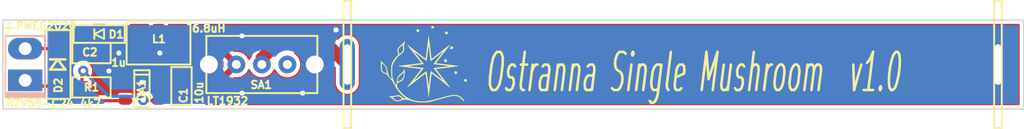
<source format=kicad_pcb>
(kicad_pcb (version 20210228) (generator pcbnew)
  (layers (0 "F.Cu" signal) (31 "B.Cu" signal) (37 "F.SilkS" user "F.Silkscreen") (38 "B.Mask" user) (39 "F.Mask" user) (44 "Edge.Cuts" user))
  (net 0 "")
  (net 1 "GND")
  (net 2 "/VIN")
  (net 3 "/LED_PLUS")
  (net 4 "/LOUT")
  (net 5 "/LED_MINUS")
  (net 6 "Net-(DA1-Pad4)")
  (net 7 "/VBAT")
  (footprint "Pictures:Ostranna_8x8" (layer "F.Cu") (at 103.36 69.7)
    (fp_text reference "Logo1" hide)
    (fp_text value "Logo" hide)
    (fp_poly (pts (xy 2.913965 0.938837) (xy 2.961576 0.974669) (xy 3.013345 1.025448) (xy 3.010497 1.068388) (xy 2.977774 1.11295) (xy 2.928561 1.163584) (xy 2.885596 1.159331) (xy 2.841423 1.126579) (xy 2.790282 1.076489) (xy 2.79436 1.032024) (xy 2.825225 0.988298) (xy 2.872764 0.936272) (xy 2.913965 0.938837)) (layer "F.SilkS") (width 0.01) (fill solid))
    (fp_poly (pts (xy 2.151965 0.32198) (xy 2.199576 0.357812) (xy 2.251345 0.408591) (xy 2.248497 0.451531) (xy 2.215774 0.496093) (xy 2.166561 0.546727) (xy 2.123596 0.542473) (xy 2.079423 0.509722) (xy 2.028282 0.459632) (xy 2.03236 0.415166) (xy 2.063225 0.371441) (xy 2.110764 0.319415) (xy 2.151965 0.32198)) (layer "F.SilkS") (width 0.01) (fill solid))
    (fp_poly (pts (xy -0.823464 -2.98002) (xy -0.775852 -2.944188) (xy -0.724084 -2.893409) (xy -0.726932 -2.850469) (xy -0.759654 -2.805907) (xy -0.808868 -2.755273) (xy -0.851833 -2.759527) (xy -0.896006 -2.792278) (xy -0.947146 -2.842368) (xy -0.943068 -2.886834) (xy -0.912204 -2.930559) (xy -0.864664 -2.982585) (xy -0.823464 -2.98002)) (layer "F.SilkS") (width 0.01) (fill solid))
    (fp_poly (pts (xy 0.019747 -2.425099) (xy 0.033759 -2.334364) (xy 0.052935 -2.195297) (xy 0.075805 -2.019791) (xy 0.100897 -1.819739) (xy 0.126737 -1.607034) (xy 0.151854 -1.393568) (xy 0.174776 -1.191233) (xy 0.194031 -1.011924) (xy 0.205883 -0.892219) (xy 0.220216 -0.771311) (xy 0.236213 -0.685337) (xy 0.250214 -0.653143) (xy 0.284534 -0.674536) (xy 0.365907 -0.733834) (xy 0.484635 -0.823713) (xy 0.631016 -0.936849) (xy 0.762038 -1.039594) (xy 0.944981 -1.183935) (xy 1.128172 -1.328481) (xy 1.295512 -1.460528) (xy 1.430902 -1.567374) (xy 1.486295 -1.611094) (xy 1.588116 -1.688442) (xy 1.659392 -1.73663) (xy 1.689445 -1.748723) (xy 1.687418 -1.741714) (xy 1.656267 -1.698799) (xy 1.586742 -1.607606) (xy 1.485523 -1.476749) (xy 1.359293 -1.314841) (xy 1.214734 -1.130494) (xy 1.114722 -1.003496) (xy 0.964835 -0.812464) (xy 0.831924 -0.641114) (xy 0.722 -0.497357) (xy 0.641073 -0.389105) (xy 0.595153 -0.324267) (xy 0.587028 -0.308974) (xy 0.624772 -0.302081) (xy 0.724823 -0.288317) (xy 0.877367 -0.268908) (xy 1.072592 -0.245077) (xy 1.300686 -0.218051) (xy 1.50205 -0.194744) (xy 1.800084 -0.159455) (xy 2.027986 -0.129842) (xy 2.187947 -0.10555) (xy 2.282155 -0.08622) (xy 2.312799 -0.071495) (xy 2.300336 -0.064392) (xy 2.234066 -0.05241) (xy 2.107835 -0.034013) (xy 1.933811 -0.010804) (xy 1.72416 0.015613) (xy 1.49105 0.043636) (xy 1.399534 0.054293) (xy 1.167836 0.081482) (xy 0.961627 0.106541) (xy 0.791387 0.128126) (xy 0.667595 0.144892) (xy 0.600731 0.155495) (xy 0.592011 0.157894) (xy 0.610263 0.188351) (xy 0.667778 0.267871) (xy 0.758669 0.388698) (xy 0.87705 0.543079) (xy 1.017035 0.723257) (xy 1.142834 0.883571) (xy 1.296751 1.079645) (xy 1.434606 1.256713) (xy 1.550356 1.406897) (xy 1.637959 1.522315) (xy 1.691373 1.595087) (xy 1.705429 1.617327) (xy 1.680304 1.606792) (xy 1.61478 1.55966) (xy 1.533071 1.494329) (xy 1.407834 1.392032) (xy 1.256511 1.270767) (xy 1.088718 1.13798) (xy 0.914072 1.001118) (xy 0.742188 0.867627) (xy 0.582682 0.744955) (xy 0.44517 0.640547) (xy 0.339268 0.561852) (xy 0.274592 0.516315) (xy 0.259436 0.508) (xy 0.248552 0.542462) (xy 0.231236 0.639393) (xy 0.208869 0.789114) (xy 0.182835 0.981945) (xy 0.154514 1.208206) (xy 0.131221 1.406072) (xy 0.09445 1.721929) (xy 0.064364 1.968601) (xy 0.040502 2.149122) (xy 0.022407 2.266527) (xy 0.009618 2.323848) (xy 0.001675 2.324121) (xy -0.001572 2.282976) (xy -0.007233 2.207958) (xy -0.020468 2.079869) (xy -0.039728 1.910774) (xy -0.063465 1.712734) (xy -0.090132 1.497812) (xy -0.118182 1.278071) (xy -0.146066 1.065574) (xy -0.172238 0.872383) (xy -0.195149 0.710561) (xy -0.213251 0.59217) (xy -0.224998 0.529273) (xy -0.227446 0.522459) (xy -0.260991 0.537611) (xy -0.342941 0.592435) (xy -0.465243 0.681007) (xy -0.61984 0.797401) (xy -0.79868 0.935695) (xy -0.929734 1.038988) (xy -1.122965 1.192005) (xy -1.299224 1.330803) (xy -1.449935 1.44869) (xy -1.566523 1.538976) (xy -1.64041 1.59497) (xy -1.661283 1.609692) (xy -1.660794 1.595774) (xy -1.621426 1.535025) (xy -1.549915 1.437055) (xy -1.452998 1.311477) (xy -1.446371 1.303083) (xy -1.315113 1.136955) (xy -1.159129 0.93941) (xy -0.998615 0.736031) (xy -0.86311 0.564247) (xy -0.752036 0.420091) (xy -0.66243 0.297397) (xy -0.60148 0.20653) (xy -0.576378 0.157857) (xy -0.577603 0.152621) (xy -0.620882 0.145524) (xy -0.725874 0.131338) (xy -0.882206 0.111375) (xy -1.079507 0.086943) (xy -1.307405 0.059352) (xy -1.465493 0.040526) (xy -1.78554 0.001411) (xy -2.033847 -0.031737) (xy -2.210991 -0.059032) (xy -2.245949 -0.066105) (xy -1.498106 -0.066105) (xy -1.466454 -0.050086) (xy -1.374051 -0.034601) (xy -1.233714 -0.019415) (xy -1.080253 -0.003602) (xy -0.892047 0.017391) (xy -0.70632 0.039395) (xy -0.681558 0.042453) (xy -0.365259 0.081758) (xy -0.536415 0.298344) (xy -0.721414 0.532958) (xy -0.864727 0.716022) (xy -0.970117 0.852565) (xy -1.041344 0.947614) (xy -1.082173 1.006198) (xy -1.096364 1.033345) (xy -1.08768 1.034082) (xy -1.086308 1.033272) (xy -1.040548 1.000373) (xy -0.94947 0.931015) (xy -0.824476 0.834013) (xy -0.676967 0.718179) (xy -0.604756 0.661048) (xy -0.454523 0.544053) (xy -0.324653 0.446971) (xy -0.225398 0.377145) (xy -0.167005 0.34192) (xy -0.156241 0.339663) (xy -0.147119 0.378313) (xy -0.131301 0.474114) (xy -0.110782 0.612166) (xy -0.087559 0.777572) (xy -0.063627 0.955433) (xy -0.040982 1.130851) (xy -0.021621 1.288926) (xy -0.00754 1.414761) (xy -0.000733 1.493457) (xy -0.000412 1.502833) (xy 0.011127 1.523568) (xy 0.014488 1.520976) (xy 0.023154 1.481628) (xy 0.037854 1.382476) (xy 0.056952 1.235883) (xy 0.078813 1.054211) (xy 0.094503 0.916214) (xy 0.117784 0.719047) (xy 0.140374 0.549881) (xy 0.160463 0.420674) (xy 0.176242 0.343383) (xy 0.18372 0.326572) (xy 0.218776 0.347984) (xy 0.300399 0.40716) (xy 0.418502 0.496512) (xy 0.563 0.608448) (xy 0.665929 0.689429) (xy 0.821677 0.811845) (xy 0.957012 0.916629) (xy 1.061992 0.996211) (xy 1.126677 1.04302) (xy 1.142416 1.052286) (xy 1.127092 1.025492) (xy 1.073365 0.951249) (xy 0.988185 0.838761) (xy 0.878498 0.697235) (xy 0.779522 0.5715) (xy 0.39866 0.090714) (xy 0.534973 0.066427) (xy 0.626681 0.05269) (xy 0.769476 0.034297) (xy 0.942239 0.013867) (xy 1.088572 -0.002262) (xy 1.258406 -0.021959) (xy 1.40374 -0.041839) (xy 1.508105 -0.059455) (xy 1.553371 -0.071338) (xy 1.535433 -0.083163) (xy 1.455913 -0.100443) (xy 1.325443 -0.121425) (xy 1.154653 -0.144357) (xy 1.000014 -0.162502) (xy 0.800895 -0.185348) (xy 0.629654 -0.206543) (xy 0.498131 -0.224498) (xy 0.418164 -0.23762) (xy 0.399143 -0.243288) (xy 0.420689 -0.274971) (xy 0.480165 -0.353108) (xy 0.569827 -0.467757) (xy 0.68193 -0.608975) (xy 0.755108 -0.700292) (xy 0.911701 -0.8958) (xy 1.025002 -1.039685) (xy 1.097758 -1.136421) (xy 1.132718 -1.190483) (xy 1.132628 -1.206347) (xy 1.100236 -1.188486) (xy 1.038289 -1.141376) (xy 1.013958 -1.121891) (xy 0.796752 -0.947987) (xy 0.601382 -0.793837) (xy 0.434449 -0.664484) (xy 0.302556 -0.56497) (xy 0.212302 -0.500336) (xy 0.170289 -0.475626) (xy 0.16826 -0.475912) (xy 0.160662 -0.515264) (xy 0.147731 -0.612635) (xy 0.131211 -0.753817) (xy 0.112843 -0.924603) (xy 0.110904 -0.943429) (xy 0.090589 -1.132467) (xy 0.069977 -1.308991) (xy 0.051517 -1.45288) (xy 0.038002 -1.542143) (xy 0.011636 -1.687286) (xy -0.01217 -1.524) (xy -0.026286 -1.421594) (xy -0.046313 -1.269076) (xy -0.069408 -1.088376) (xy -0.08925 -0.929619) (xy -0.110795 -0.761611) (xy -0.130151 -0.622242) (xy -0.145207 -0.525957) (xy -0.153853 -0.487196) (xy -0.153887 -0.487161) (xy -0.184728 -0.50446) (xy -0.262702 -0.55958) (xy -0.37804 -0.645301) (xy -0.520972 -0.754405) (xy -0.626824 -0.836613) (xy -0.783488 -0.958236) (xy -0.919674 -1.062366) (xy -1.025396 -1.141494) (xy -1.09067 -1.188114) (xy -1.106718 -1.197429) (xy -1.091522 -1.170629) (xy -1.037929 -1.096371) (xy -0.952877 -0.983861) (xy -0.843305 -0.842311) (xy -0.744472 -0.716643) (xy -0.363905 -0.235857) (xy -0.971167 -0.160212) (xy -1.205538 -0.129712) (xy -1.36995 -0.104684) (xy -1.466705 -0.083893) (xy -1.498106 -0.066105) (xy -2.245949 -0.066105) (xy -2.317548 -0.080591) (xy -2.354096 -0.096527) (xy -2.321211 -0.106957) (xy -2.228548 -0.111821) (xy -2.15029 -0.117176) (xy -2.013161 -0.130435) (xy -1.830257 -0.15017) (xy -1.614677 -0.174953) (xy -1.379518 -0.203357) (xy -1.313205 -0.211607) (xy -0.539982 -0.308429) (xy -1.104562 -1.025283) (xy -1.258705 -1.221676) (xy -1.396811 -1.398932) (xy -1.512856 -1.549213) (xy -1.600815 -1.664681) (xy -1.654665 -1.737497) (xy -1.669143 -1.759865) (xy -1.642006 -1.743254) (xy -1.56564 -1.68726) (xy -1.447614 -1.597674) (xy -1.295496 -1.480287) (xy -1.116856 -1.340889) (xy -0.9525 -1.211545) (xy -0.235857 -0.645499) (xy -0.209269 -0.749106) (xy -0.197368 -0.814932) (xy -0.179046 -0.940745) (xy -0.155901 -1.114405) (xy -0.129531 -1.323772) (xy -0.101535 -1.556707) (xy -0.09085 -1.648466) (xy -0.063679 -1.880134) (xy -0.038667 -2.086288) (xy -0.017153 -2.256454) (xy -0.000477 -2.380159) (xy 0.010022 -2.44693) (xy 0.012372 -2.45561) (xy 0.019747 -2.425099)) (layer "F.SilkS") (width 0.01) (fill solid))
    (fp_poly (pts (xy 0.344855 -3.230616) (xy 0.394624 -3.196551) (xy 0.449104 -3.149463) (xy 0.447801 -3.11541) (xy 0.410198 -3.079358) (xy 0.34119 -3.043017) (xy 0.267286 -3.064113) (xy 0.214928 -3.098401) (xy 0.217571 -3.135559) (xy 0.251712 -3.181306) (xy 0.30122 -3.23262) (xy 0.344855 -3.230616)) (layer "F.SilkS") (width 0.01) (fill solid))
    (fp_poly (pts (xy 1.355693 -0.598714) (xy 1.405134 -0.55043) (xy 1.433841 -0.544286) (xy 1.468238 -0.5367) (xy 1.458655 -0.50246) (xy 1.425908 -0.454712) (xy 1.371169 -0.386836) (xy 1.330977 -0.374119) (xy 1.279308 -0.411549) (xy 1.266031 -0.42393) (xy 1.2279 -0.481336) (xy 1.242328 -0.553301) (xy 1.247888 -0.565724) (xy 1.2933 -0.639321) (xy 1.330668 -0.642379) (xy 1.355693 -0.598714)) (layer "F.SilkS") (width 0.01) (fill solid))
    (fp_poly (pts (xy 1.411663 -2.802135) (xy 1.459831 -2.757997) (xy 1.493758 -2.73647) (xy 1.533298 -2.706913) (xy 1.524639 -2.669515) (xy 1.492422 -2.627176) (xy 1.440199 -2.575957) (xy 1.39079 -2.579929) (xy 1.351745 -2.603432) (xy 1.299249 -2.645776) (xy 1.298048 -2.688436) (xy 1.331458 -2.745208) (xy 1.378573 -2.798373) (xy 1.411151 -2.802859) (xy 1.411663 -2.802135)) (layer "F.SilkS") (width 0.01) (fill solid))
    (fp_poly (pts (xy -1.830478 -2.002043) (xy -1.857478 -1.926454) (xy -1.873764 -1.884817) (xy -1.912714 -1.736086) (xy -1.91215 -1.565257) (xy -1.909325 -1.539134) (xy -1.906463 -1.358865) (xy -1.952174 -1.217159) (xy -2.05532 -1.095032) (xy -2.150806 -1.021637) (xy -2.393891 -0.81523) (xy -2.602474 -0.56055) (xy -2.733602 -0.333089) (xy -2.782658 -0.225404) (xy -2.815287 -0.135689) (xy -2.834798 -0.044318) (xy -2.8445 0.068334) (xy -2.847701 0.22189) (xy -2.847875 0.344714) (xy -2.846397 0.534561) (xy -2.840213 0.672628) (xy -2.825849 0.7797) (xy -2.799827 0.876557) (xy -2.758674 0.983982) (xy -2.729549 1.052286) (xy -2.648377 1.235866) (xy -2.589575 1.353702) (xy -2.548499 1.407403) (xy -2.520508 1.398584) (xy -2.50096 1.328855) (xy -2.485214 1.199829) (xy -2.479574 1.139093) (xy -2.468156 1.071267) (xy -2.425227 1.071267) (xy -2.417486 1.108108) (xy -2.396475 1.13948) (xy -2.35697 1.138505) (xy -2.280582 1.102445) (xy -2.243936 1.082262) (xy -2.136186 1.010561) (xy -2.046761 0.931752) (xy -2.025447 0.906628) (xy -1.987203 0.830514) (xy -1.955627 0.7257) (xy -1.934062 0.613201) (xy -1.92585 0.51403) (xy -1.934333 0.449199) (xy -1.950492 0.435429) (xy -1.994964 0.464359) (xy -2.008242 0.488308) (xy -2.049593 0.538564) (xy -2.130303 0.603785) (xy -2.171684 0.631554) (xy -2.270604 0.71902) (xy -2.353525 0.836372) (xy -2.408912 0.961244) (xy -2.425227 1.071267) (xy -2.468156 1.071267) (xy -2.438989 0.898016) (xy -2.364076 0.716203) (xy -2.251891 0.587486) (xy -2.19902 0.551297) (xy -2.099298 0.472884) (xy -2.001801 0.366344) (xy -1.974923 0.329077) (xy -1.917159 0.243761) (xy -1.878545 0.190433) (xy -1.870169 0.181429) (xy -1.867873 0.214897) (xy -1.867858 0.304107) (xy -1.870057 0.432268) (xy -1.871376 0.484669) (xy -1.889554 0.714624) (xy -1.934764 0.887778) (xy -2.014471 1.017212) (xy -2.136138 1.116008) (xy -2.269185 1.18198) (xy -2.38209 1.236881) (xy -2.441523 1.296053) (xy -2.464103 1.382575) (xy -2.466873 1.456508) (xy -2.452638 1.554807) (xy -2.40317 1.66369) (xy -2.310731 1.801223) (xy -2.040696 2.112313) (xy -1.736483 2.359729) (xy -1.399287 2.542795) (xy -1.030301 2.660837) (xy -0.706333 2.708522) (xy -0.529588 2.716216) (xy -0.349395 2.710587) (xy -0.15478 2.689774) (xy 0.065229 2.651915) (xy 0.321607 2.595148) (xy 0.625327 2.517612) (xy 0.95449 2.426761) (xy 1.303226 2.331649) (xy 1.592802 2.262115) (xy 1.832038 2.218334) (xy 2.029756 2.200483) (xy 2.194776 2.208736) (xy 2.335917 2.243269) (xy 2.462 2.304257) (xy 2.581847 2.391877) (xy 2.657929 2.460648) (xy 2.739575 2.550141) (xy 2.788289 2.62609) (xy 2.796786 2.674713) (xy 2.776605 2.685143) (xy 2.744842 2.660593) (xy 2.679673 2.596727) (xy 2.608282 2.521407) (xy 2.476966 2.401092) (xy 2.336441 2.325757) (xy 2.260346 2.300398) (xy 2.161904 2.277218) (xy 2.059032 2.266568) (xy 1.94189 2.270009) (xy 1.800641 2.289097) (xy 1.625447 2.325391) (xy 1.406469 2.380448) (xy 1.133869 2.455826) (xy 0.955995 2.506953) (xy 0.733326 2.570407) (xy 0.514855 2.630657) (xy 0.318284 2.682965) (xy 0.161313 2.722591) (xy 0.085138 2.740105) (xy -0.194952 2.779455) (xy -0.504218 2.789726) (xy -0.812047 2.771526) (xy -1.087826 2.725461) (xy -1.124857 2.716101) (xy -1.370422 2.651169) (xy -1.558431 2.604169) (xy -1.701366 2.574037) (xy -1.811713 2.559707) (xy -1.901954 2.560115) (xy -1.984574 2.574194) (xy -2.072057 2.600879) (xy -2.148902 2.628723) (xy -2.329247 2.686046) (xy -2.468406 2.702099) (xy -2.586773 2.674011) (xy -2.704744 2.598911) (xy -2.771956 2.541007) (xy -2.87864 2.450685) (xy -2.956887 2.392641) (xy -2.794 2.392641) (xy -2.767464 2.436157) (xy -2.702142 2.500752) (xy -2.61946 2.566993) (xy -2.558143 2.606513) (xy -2.477636 2.639397) (xy -2.395247 2.639684) (xy -2.286919 2.605146) (xy -2.217355 2.57496) (xy -2.123203 2.530145) (xy -2.085351 2.498966) (xy -2.093885 2.465354) (xy -2.126235 2.427253) (xy -2.211177 2.347209) (xy -2.297089 2.306759) (xy -2.40655 2.300503) (xy -2.562055 2.323024) (xy -2.680378 2.348991) (xy -2.763949 2.374284) (xy -2.794 2.392641) (xy -2.956887 2.392641) (xy -2.98412 2.37244) (xy -3.029857 2.343571) (xy -3.138714 2.282233) (xy -3.03938 2.302838) (xy -2.954778 2.305752) (xy -2.826793 2.293852) (xy -2.682501 2.269702) (xy -2.676522 2.268465) (xy -2.499675 2.234059) (xy -2.375173 2.219483) (xy -2.284979 2.226876) (xy -2.211056 2.258376) (xy -2.135368 2.316123) (xy -2.113747 2.335188) (xy -2.031222 2.396828) (xy -1.939684 2.447952) (xy -1.856529 2.481592) (xy -1.799153 2.49078) (xy -1.784951 2.468547) (xy -1.785633 2.466624) (xy -1.817628 2.431594) (xy -1.891077 2.36683) (xy -1.985204 2.290246) (xy -2.179949 2.107932) (xy -2.374545 1.87262) (xy -2.555224 1.602591) (xy -2.689863 1.354712) (xy -2.801853 1.150761) (xy -2.909364 1.008144) (xy -2.959243 0.962538) (xy -3.059773 0.864773) (xy -3.144747 0.748074) (xy -3.155411 0.72855) (xy -3.216858 0.635419) (xy -3.302923 0.56729) (xy -3.425295 0.509504) (xy -3.553998 0.450576) (xy -3.642016 0.387034) (xy -3.696338 0.304422) (xy -3.723954 0.188283) (xy -3.731854 0.024161) (xy -3.731388 -0.005624) (xy -3.664857 -0.005624) (xy -3.659982 0.159857) (xy -3.638511 0.271351) (xy -3.590176 0.347165) (xy -3.504708 0.405607) (xy -3.409777 0.449173) (xy -3.283857 0.502421) (xy -3.271992 0.389719) (xy -3.270412 0.267626) (xy -3.281935 0.160771) (xy -3.313142 0.083207) (xy -3.374832 -0.017731) (xy -3.45273 -0.123632) (xy -3.532561 -0.216084) (xy -3.60005 -0.276676) (xy -3.631655 -0.290286) (xy -3.647209 -0.256901) (xy -3.658861 -0.168306) (xy -3.664588 -0.041834) (xy -3.664857 -0.005624) (xy -3.731388 -0.005624) (xy -3.729597 -0.119848) (xy -3.719286 -0.492466) (xy -3.519714 -0.2781) (xy -3.389995 -0.133284) (xy -3.303483 -0.018358) (xy -3.249999 0.085944) (xy -3.219363 0.198889) (xy -3.203196 0.320977) (xy -3.172089 0.486116) (xy -3.116465 0.648887) (xy -3.045587 0.788848) (xy -2.968717 0.885556) (xy -2.937098 0.908237) (xy -2.890198 0.928803) (xy -2.875026 0.911452) (xy -2.884998 0.841905) (xy -2.891692 0.809755) (xy -2.903644 0.716795) (xy -2.913245 0.572672) (xy -2.919366 0.398783) (xy -2.921 0.254) (xy -2.919413 0.066034) (xy -2.912579 -0.069293) (xy -2.897388 -0.171885) (xy -2.870731 -0.261642) (xy -2.829496 -0.358466) (xy -2.823178 -0.372024) (xy -2.744474 -0.51027) (xy -2.637242 -0.661762) (xy -2.539454 -0.777327) (xy -2.44498 -0.879333) (xy -2.392365 -0.948151) (xy -2.373201 -1.002934) (xy -2.379078 -1.062835) (xy -2.392145 -1.112874) (xy -2.424408 -1.244655) (xy -2.425512 -1.258427) (xy -2.35403 -1.258427) (xy -2.31821 -1.128764) (xy -2.277849 -1.012985) (xy -2.163996 -1.099952) (xy -2.077088 -1.180261) (xy -2.01305 -1.263316) (xy -2.007422 -1.273817) (xy -1.982396 -1.385909) (xy -1.988409 -1.547811) (xy -1.989279 -1.554854) (xy -2.013857 -1.748993) (xy -2.186214 -1.597127) (xy -2.29881 -1.482374) (xy -2.352626 -1.377005) (xy -2.35403 -1.258427) (xy -2.425512 -1.258427) (xy -2.432639 -1.347301) (xy -2.410346 -1.436763) (xy -2.351038 -1.528994) (xy -2.248222 -1.639947) (xy -2.132542 -1.750786) (xy -2.01284 -1.862493) (xy -1.914223 -1.953182) (xy -1.847597 -2.012918) (xy -1.823986 -2.032) (xy -1.830478 -2.002043)) (layer "F.SilkS") (width 0.01) (fill solid))
    (fp_poly (pts (xy 1.821546 -1.638667) (xy 1.883197 -1.592413) (xy 1.88404 -1.591729) (xy 1.942284 -1.539577) (xy 1.947321 -1.50404) (xy 1.90294 -1.456806) (xy 1.902183 -1.456108) (xy 1.832061 -1.413042) (xy 1.756494 -1.427606) (xy 1.750786 -1.430236) (xy 1.686645 -1.472753) (xy 1.670326 -1.509269) (xy 1.706598 -1.524) (xy 1.748287 -1.553583) (xy 1.770098 -1.593538) (xy 1.791753 -1.638916) (xy 1.821546 -1.638667)) (layer "F.SilkS") (width 0.01) (fill solid))
  )
  (footprint "BtnsSwitches:SW_KLS7SS03_12D02" (layer "F.Cu") (at 90.3 69.5)
    (fp_text reference "SA1" (at -0.05 1.6) (layer "F.SilkS") (effects (font (size 0.6 0.6))))
    (fp_text value "SWITCH_1P2T_housing" hide)
    (fp_line (start 4.35 -2.25) (end 4.35 2.25) (layer "F.SilkS") (width 0.15))
    (fp_line (start -4.35 -2.25) (end 4.35 -2.25) (layer "F.SilkS") (width 0.15))
    (fp_line (start 4.35 2.25) (end -4.35 2.25) (layer "F.SilkS") (width 0.15))
    (fp_line (start -4.35 2.25) (end -4.35 -2.25) (layer "F.SilkS") (width 0.15))
    (pad "1" thru_hole circle (at -2 0) (size 1.4 1.4) (drill 0.7) (layers *.Cu *.Mask) (net 2 "/VIN"))
    (pad "2" thru_hole circle (at 0 0) (size 1.4 1.4) (drill 0.7) (layers *.Cu *.Mask) (net 7 "/VBAT"))
    (pad "3" thru_hole circle (at 2 0) (size 1.4 1.4) (drill 0.7) (layers *.Cu *.Mask))
    (pad "H" thru_hole circle (at 4.15 0) (size 2.2 2.2) (drill 1.4) (layers *.Cu *.Mask) (net 1 "GND"))
    (pad "H" thru_hole circle (at -4.15 0) (size 2.2 2.2) (drill 1.4) (layers *.Cu *.Mask) (net 1 "GND"))
  )
  (footprint "Capacitors:CAP_0603" (layer "F.Cu") (at 84 71.2 90)
    (fp_text reference "C1" (at -0.74 0.16 90) (layer "F.SilkS") (effects (font (size 0.6 0.6))))
    (fp_text value "10u" (at -0.51 1.39 90) (layer "F.SilkS") (effects (font (size 0.6 0.6))))
    (fp_line (start 1.5 0.8) (end -1.5 0.8) (layer "F.SilkS") (width 0.15))
    (fp_line (start -1.5 0.8) (end -1.5 0) (layer "F.SilkS") (width 0.15))
    (fp_line (start 1.5 -0.8) (end 1.5 0.8) (layer "F.SilkS") (width 0.15))
    (fp_line (start -1.5 0) (end -1.5 -0.8) (layer "F.SilkS") (width 0.15))
    (fp_line (start -1.5 -0.8) (end 1.5 -0.8) (layer "F.SilkS") (width 0.15))
    (pad "1" smd rect (at -0.762 0 90) (size 0.889 1.016) (layers "F.Cu" "F.Paste" "F.Mask") (net 2 "/VIN"))
    (pad "2" smd rect (at 0.762 0 90) (size 0.889 1.016) (layers "F.Cu" "F.Paste" "F.Mask") (net 1 "GND"))
  )
  (footprint "Connectors:SLD_2_2D5_1mm" (layer "F.Cu") (at 71.75 69.5 90)
    (fp_text reference "XL2" hide)
    (fp_text value "CONN_2" hide)
    (fp_line (start -2.4 1.55) (end -2.55 1.55) (layer "B.SilkS") (width 0.15))
    (fp_line (start -2.55 -1.55) (end -2.4 -1.55) (layer "B.SilkS") (width 0.15))
    (fp_line (start -2.4 1.55) (end -2.25 1.55) (layer "B.SilkS") (width 0.15))
    (fp_line (start -2.25 -1.55) (end 2.25 -1.55) (layer "B.SilkS") (width 0.15))
    (fp_line (start -2.4 -1.55) (end -2.4 1.55) (layer "B.SilkS") (width 0.15))
    (fp_line (start -2.25 1.55) (end -2.25 -1.55) (layer "B.SilkS") (width 0.15))
    (fp_line (start -2.55 1.55) (end -2.55 -1.55) (layer "B.SilkS") (width 0.15))
    (fp_line (start 2.25 -1.55) (end 2.25 1.55) (layer "B.SilkS") (width 0.15))
    (fp_line (start 2.25 1.55) (end -2.25 1.55) (layer "B.SilkS") (width 0.15))
    (fp_line (start -2.25 -1.55) (end -2.4 -1.55) (layer "B.SilkS") (width 0.15))
    (fp_line (start -2.25 0) (end -2.25 -1.55) (layer "F.SilkS") (width 0.15))
    (fp_line (start -2.55 -1.55) (end -2.55 1.55) (layer "F.SilkS") (width 0.15))
    (fp_line (start -2.55 1.55) (end -2.25 1.55) (layer "F.SilkS") (width 0.15))
    (fp_line (start -2.25 -1.55) (end 2.25 -1.55) (layer "F.SilkS") (width 0.15))
    (fp_line (start 2.25 1.55) (end -2.25 1.55) (layer "F.SilkS") (width 0.15))
    (fp_line (start -2.25 1.55) (end -2.25 0) (layer "F.SilkS") (width 0.15))
    (fp_line (start -2.4 1.55) (end -2.4 -1.55) (layer "F.SilkS") (width 0.15))
    (fp_line (start -2.25 -1.55) (end -2.55 -1.55) (layer "F.SilkS") (width 0.15))
    (fp_line (start 2.25 -1.55) (end 2.25 1.55) (layer "F.SilkS") (width 0.15))
    (pad "1" thru_hole rect (at -1.25 0 90) (size 1.7 2.7) (drill 1) (layers *.Cu *.Mask) (net 5 "/LED_MINUS"))
    (pad "2" thru_hole oval (at 1.25 0 90) (size 1.7 2.7) (drill 1) (layers *.Cu *.Mask) (net 3 "/LED_PLUS"))
  )
  (footprint "Installation:BAT_CONTACT_3X0d5" (layer "F.Cu") (at 148 69.5)
    (fp_text reference "XL3" hide)
    (fp_text value "CONN_1" hide)
    (fp_line (start -0.3 5) (end -0.3 0) (layer "F.SilkS") (width 0.15))
    (fp_line (start -0.3 0) (end -0.3 -5) (layer "F.SilkS") (width 0.15))
    (fp_line (start 0.3 5) (end -0.3 5) (layer "F.SilkS") (width 0.15))
    (fp_line (start -0.3 -5) (end 0.3 -5) (layer "F.SilkS") (width 0.15))
    (fp_line (start 0.3 -5) (end 0.3 5) (layer "F.SilkS") (width 0.15))
    (pad "1" thru_hole oval (at 0 0) (size 1.2 4) (drill oval 0.5 3.2) (layers *.Cu *.Mask) (net 1 "GND"))
  )
  (footprint "Installation:BAT_CONTACT_3X0d5" (layer "F.Cu") (at 97 69.5)
    (fp_text reference "XL1" hide)
    (fp_text value "CONN_1" hide)
    (fp_line (start -0.3 -5) (end 0.3 -5) (layer "F.SilkS") (width 0.15))
    (fp_line (start 0.3 5) (end -0.3 5) (layer "F.SilkS") (width 0.15))
    (fp_line (start -0.3 0) (end -0.3 -5) (layer "F.SilkS") (width 0.15))
    (fp_line (start -0.3 5) (end -0.3 0) (layer "F.SilkS") (width 0.15))
    (fp_line (start 0.3 -5) (end 0.3 5) (layer "F.SilkS") (width 0.15))
    (pad "1" thru_hole oval (at 0 0) (size 1.2 4) (drill oval 0.5 3.2) (layers *.Cu *.Mask) (net 7 "/VBAT"))
  )
  (footprint "Diodes:SOD323" (layer "F.Cu") (at 77.55 67.1)
    (fp_text reference "D1" (at 1.34 0.03) (layer "F.SilkS") (effects (font (size 0.59944 0.59944) (thickness 0.14986))))
    (fp_text value "PMEG2020" (at -4.17 -0.64) (layer "F.SilkS") (effects (font (size 0.6 0.6))))
    (fp_line (start -2 -0.7) (end 2 -0.7) (layer "F.SilkS") (width 0.15))
    (fp_line (start -2 0.7) (end -2 -0.7) (layer "F.SilkS") (width 0.15))
    (fp_line (start -2 -0.7) (end -2.1 -0.7) (layer "F.SilkS") (width 0.15))
    (fp_line (start 0.381 0) (end 0.381 -0.381) (layer "F.SilkS") (width 0.15))
    (fp_line (start -0.381 0.381) (end -0.381 -0.381) (layer "F.SilkS") (width 0.15))
    (fp_line (start 0.381 0.381) (end 0.381 0) (layer "F.SilkS") (width 0.15))
    (fp_line (start -2.1 0.7) (end -2 0.7) (layer "F.SilkS") (width 0.15))
    (fp_line (start 2 0.7) (end -2 0.7) (layer "F.SilkS") (width 0.15))
    (fp_line (start -0.381 0) (end 0.381 0.381) (layer "F.SilkS") (width 0.15))
    (fp_line (start 0.381 -0.381) (end -0.381 0) (layer "F.SilkS") (width 0.15))
    (fp_line (start -2.1 -0.7) (end -2.1 0.7) (layer "F.SilkS") (width 0.15))
    (fp_line (start 2 -0.7) (end 2 0.7) (layer "F.SilkS") (width 0.15))
    (pad "A" smd rect (at 1.30048 0) (size 1.00076 1.00076) (layers "F.Cu" "F.Paste" "F.Mask") (net 4 "/LOUT"))
    (pad "C" smd rect (at -1.30048 0) (size 1.00076 1.00076) (layers "F.Cu" "F.Paste" "F.Mask") (net 3 "/LED_PLUS"))
  )
  (footprint "Diodes:SOD80C" (layer "F.Cu") (at 74.3 69.5 -90)
    (fp_text reference "D2" (at 1.65 -0.05 90) (layer "F.SilkS") (effects (font (size 0.6 0.6))))
    (fp_text value "BZV55-C24" (at 3.05 1.41 180) (layer "F.SilkS") (effects (font (size 0.6 0.6))))
    (fp_line (start -0.39878 0) (end 0.39878 -0.59944) (layer "F.SilkS") (width 0.20066))
    (fp_line (start 2.7 -1) (end 2.7 1) (layer "F.SilkS") (width 0.15))
    (fp_line (start -2.7 -1) (end 2.7 -1) (layer "F.SilkS") (width 0.15))
    (fp_line (start -2.7 1) (end -2.7 -1) (layer "F.SilkS") (width 0.15))
    (fp_line (start 0.39878 -0.59944) (end 0.39878 0.59944) (layer "F.SilkS") (width 0.20066))
    (fp_line (start 0.39878 0.59944) (end -0.39878 0) (layer "F.SilkS") (width 0.20066))
    (fp_line (start -0.39878 -0.59944) (end -0.39878 0.59944) (layer "F.SilkS") (width 0.20066))
    (fp_line (start 2.7 1) (end -2.7 1) (layer "F.SilkS") (width 0.15))
    (pad "A" smd rect (at 1.7 0 270) (size 1.6 1.6) (layers "F.Cu" "F.Paste" "F.Mask") (net 5 "/LED_MINUS"))
    (pad "C" smd rect (at -1.7 0 270) (size 1.6 1.6) (layers "F.Cu" "F.Paste" "F.Mask") (net 3 "/LED_PLUS"))
  )
  (footprint "SOT:SOT23-6" (layer "F.Cu") (at 80.9 71.4 -90)
    (fp_text reference "DA1" (at 0.13 0.03 90) (layer "F.SilkS") (effects (font (size 0.6 0.6))))
    (fp_text value "LT1932" (at 0.97 -6.7 180) (layer "F.SilkS") (effects (font (size 0.6 0.6))))
    (fp_line (start 1.45034 -0.6) (end 1.45034 0.6) (layer "F.SilkS") (width 0.14986))
    (fp_line (start 1.45034 0.6) (end -1.45034 0.6) (layer "F.SilkS") (width 0.14986))
    (fp_line (start -1.1 0.6) (end -1.1 -0.6) (layer "F.SilkS") (width 0.15))
    (fp_line (start -1.45034 -0.6) (end 1.45034 -0.6) (layer "F.SilkS") (width 0.14986))
    (fp_line (start -1.45034 0.6) (end -1.45034 -0.6) (layer "F.SilkS") (width 0.14986))
    (pad "1" smd rect (at -0.94996 1.30048 270) (size 0.635 1.09982) (layers "F.Cu" "F.Paste" "F.Mask") (net 4 "/LOUT"))
    (pad "2" smd oval (at 0 1.30048 270) (size 0.635 1.09982) (layers "F.Cu" "F.Paste" "F.Mask") (net 1 "GND"))
    (pad "3" smd oval (at 0.94996 1.30048 270) (size 0.635 1.09982) (layers "F.Cu" "F.Paste" "F.Mask") (net 5 "/LED_MINUS"))
    (pad "4" smd oval (at 0.94996 -1.30048 270) (size 0.635 1.09982) (layers "F.Cu" "F.Paste" "F.Mask") (net 6 "Net-(DA1-Pad4)"))
    (pad "5" smd oval (at 0 -1.30048 270) (size 0.635 1.09982) (layers "F.Cu" "F.Paste" "F.Mask") (net 2 "/VIN"))
    (pad "6" smd oval (at -0.94996 -1.30048 270) (size 0.635 1.09982) (layers "F.Cu" "F.Paste" "F.Mask") (net 2 "/VIN"))
  )
  (footprint "Resistors:RES_0603" (layer "F.Cu") (at 76.95 71.3)
    (fp_text reference "R1" (at 0 0) (layer "F.SilkS") (effects (font (size 0.6 0.6))))
    (fp_text value "4k7" (at -0.08 1.27) (layer "F.SilkS") (effects (font (size 0.6 0.6))))
    (fp_line (start 1.5 -0.8) (end 1.5 0.8) (layer "F.SilkS") (width 0.15))
    (fp_line (start -1.5 0.8) (end -1.5 0) (layer "F.SilkS") (width 0.15))
    (fp_line (start 1.5 0.8) (end -1.5 0.8) (layer "F.SilkS") (width 0.15))
    (fp_line (start -1.5 0) (end -1.5 -0.8) (layer "F.SilkS") (width 0.15))
    (fp_line (start -1.5 -0.8) (end 1.5 -0.8) (layer "F.SilkS") (width 0.15))
    (pad "1" smd rect (at -0.75 0) (size 0.9 1) (layers "F.Cu" "F.Paste" "F.Mask") (net 6 "Net-(DA1-Pad4)"))
    (pad "2" smd rect (at 0.75 0) (size 0.9 1) (layers "F.Cu" "F.Paste" "F.Mask") (net 1 "GND"))
  )
  (footprint "Capacitors:CAP_0603" (layer "F.Cu") (at 76.95 68.6)
    (fp_text reference "C2" (at -0.13 -0.06) (layer "F.SilkS") (effects (font (size 0.6 0.6))))
    (fp_text value "1u" (at 2.12 0.75) (layer "F.SilkS") (effects (font (size 0.6 0.6))))
    (fp_line (start -1.5 -0.8) (end 1.5 -0.8) (layer "F.SilkS") (width 0.15))
    (fp_line (start 1.5 -0.8) (end 1.5 0.8) (layer "F.SilkS") (width 0.15))
    (fp_line (start -1.5 0.8) (end -1.5 0) (layer "F.SilkS") (width 0.15))
    (fp_line (start 1.5 0.8) (end -1.5 0.8) (layer "F.SilkS") (width 0.15))
    (fp_line (start -1.5 0) (end -1.5 -0.8) (layer "F.SilkS") (width 0.15))
    (pad "1" smd rect (at -0.762 0) (size 0.889 1.016) (layers "F.Cu" "F.Paste" "F.Mask") (net 3 "/LED_PLUS"))
    (pad "2" smd rect (at 0.762 0) (size 0.889 1.016) (layers "F.Cu" "F.Paste" "F.Mask") (net 1 "GND"))
  )
  (footprint "Inductors:IND_1812" (layer "F.Cu") (at 82.2 67.8 180)
    (fp_text reference "L1" (at -0.03 0.3 180) (layer "F.SilkS") (effects (font (size 0.6 0.6))))
    (fp_text value "6.8uH" (at -3.95 1.14 180) (layer "F.SilkS") (effects (font (size 0.6 0.6))))
    (fp_line (start 2.5 -1.7) (end 2.5 1.7) (layer "F.SilkS") (width 0.15))
    (fp_line (start 2.5 1.7) (end -2.5 1.7) (layer "F.SilkS") (width 0.15))
    (fp_line (start -2.5 -1.7) (end 2.5 -1.7) (layer "F.SilkS") (width 0.15))
    (fp_line (start -2.5 1.7) (end -2.5 -1.7) (layer "F.SilkS") (width 0.15))
    (pad "1" smd rect (at -1.5 0 180) (size 1.5 3) (layers "F.Cu" "F.Paste" "F.Mask") (net 2 "/VIN"))
    (pad "2" smd rect (at 1.5 0 180) (size 1.5 3) (layers "F.Cu" "F.Paste" "F.Mask") (net 4 "/LOUT"))
  )
  (gr_line (start 70 73) (end 70 66) (layer "Edge.Cuts") (width 0.1))
  (gr_line (start 150 73) (end 70 73) (layer "Edge.Cuts") (width 0.1))
  (gr_line (start 70 66) (end 150 66) (layer "Edge.Cuts") (width 0.1))
  (gr_line (start 150 66) (end 150 73) (layer "Edge.Cuts") (width 0.1))
  (gr_text "Ostranna Single Mushroom  v1.0" (at 124.08 70.13) (layer "F.SilkS") (effects (font (size 3 1.3) (thickness 0.2) italic)))
  (gr_text "+" (at 70.52 66.54) (layer "F.SilkS") (effects (font (size 1 1))))
  (segment (start 77.8 71.4) (end 77.7 71.3) (width 0.25) (layer "F.Cu") (net 1))
  (segment (start 77.712 68.6) (end 79.1 68.6) (width 0.25) (layer "F.Cu") (net 1))
  (segment (start 82.25 69.7) (end 83.262 69.7) (width 0.25) (layer "F.Cu") (net 1))
  (segment (start 81.2 70.4) (end 81.2 69.9) (width 0.25) (layer "F.Cu") (net 1))
  (segment (start 80.8 70.8) (end 81.2 70.4) (width 0.25) (layer "F.Cu") (net 1))
  (segment (start 77.712 68.6) (end 77.712 71.288) (width 0.25) (layer "F.Cu") (net 1))
  (segment (start 77.712 71.288) (end 77.7 71.3) (width 0.25) (layer "F.Cu") (net 1))
  (segment (start 79.59952 71.4) (end 80.2 71.4) (width 0.25) (layer "F.Cu") (net 1))
  (segment (start 80.2 71.4) (end 80.8 70.8) (width 0.25) (layer "F.Cu") (net 1))
  (segment (start 81.2 69.9) (end 81.4 69.7) (width 0.25) (layer "F.Cu") (net 1))
  (segment (start 79.59952 71.4) (end 77.8 71.4) (width 0.25) (layer "F.Cu") (net 1))
  (segment (start 82.25 68.65) (end 82.3 68.6) (width 0.25) (layer "F.Cu") (net 1))
  (segment (start 81.4 69.7) (end 82.25 69.7) (width 0.25) (layer "F.Cu") (net 1))
  (segment (start 86.15 69.5) (end 84.938 69.5) (width 0.25) (layer "F.Cu") (net 1))
  (segment (start 82.25 69.7) (end 82.25 68.65) (width 0.25) (layer "F.Cu") (net 1))
  (segment (start 83.262 69.7) (end 84 70.438) (width 0.25) (layer "F.Cu") (net 1))
  (segment (start 84.938 69.5) (end 84 70.438) (width 0.25) (layer "F.Cu") (net 1))
  (segment (start 80.8 70.8) (end 80.9 70.9) (width 0.25) (layer "F.Cu") (net 1))
  (via (at 96.11 66.78) (size 0.8) (drill 0.4) (layers "F.Cu" "B.Cu") (net 1))
  (via (at 80.9 70.9) (size 0.8) (drill 0.4) (layers "F.Cu" "B.Cu") (net 1))
  (via (at 93.5 71.75) (size 0.8) (drill 0.4) (layers "F.Cu" "B.Cu") (net 1))
  (via (at 88.75 71.75) (size 0.8) (drill 0.4) (layers "F.Cu" "B.Cu") (net 1))
  (via (at 82.3 68.6) (size 0.8) (drill 0.4) (layers "F.Cu" "B.Cu") (net 1))
  (via (at 88.75 67.25) (size 0.8) (drill 0.4) (layers "F.Cu" "B.Cu") (net 1))
  (via (at 79.1 68.6) (size 0.8) (drill 0.4) (layers "F.Cu" "B.Cu") (net 1))
  (via (at 78.31 70.01) (size 0.8) (drill 0.4) (layers "F.Cu" "B.Cu") (net 1))
  (segment (start 80.9 70.9) (end 80.9 68.7) (width 0.25) (layer "B.Cu") (net 1))
  (segment (start 145.35 72.15) (end 148 69.5) (width 0.25) (layer "B.Cu") (net 1))
  (segment (start 80.9 68.7) (end 80.8 68.6) (width 0.25) (layer "B.Cu") (net 1))
  (segment (start 92.95 71) (end 87.65 71) (width 0.25) (layer "B.Cu") (net 1))
  (segment (start 87.65 71) (end 86.15 69.5) (width 0.25) (layer "B.Cu") (net 1))
  (segment (start 96 72.15) (end 145.35 72.15) (width 0.25) (layer "B.Cu") (net 1))
  (segment (start 94.45 70.6) (end 96 72.15) (width 0.25) (layer "B.Cu") (net 1))
  (segment (start 85.25 68.6) (end 86.15 69.5) (width 0.25) (layer "B.Cu") (net 1))
  (segment (start 80.8 68.6) (end 85.25 68.6) (width 0.25) (layer "B.Cu") (net 1))
  (segment (start 94.45 69.5) (end 92.95 71) (width 0.25) (layer "B.Cu") (net 1))
  (segment (start 79.1 68.6) (end 80.8 68.6) (width 0.25) (layer "B.Cu") (net 1))
  (segment (start 94.45 69.5) (end 94.45 70.6) (width 0.25) (layer "B.Cu") (net 1))
  (segment (start 82.99 71.58) (end 82.81 71.4) (width 0.5) (layer "F.Cu") (net 2))
  (segment (start 82.99 70.66) (end 82.78004 70.45004) (width 0.5) (layer "F.Cu") (net 2))
  (segment (start 82.81 71.4) (end 82.20048 71.4) (width 0.5) (layer "F.Cu") (net 2))
  (segment (start 82.99 71.58) (end 82.99 70.66) (width 0.5) (layer "F.Cu") (net 2))
  (segment (start 83.7 67.8) (end 86.6 67.8) (width 0.5) (layer "F.Cu") (net 2))
  (segment (start 82.78004 70.45004) (end 82.20048 70.45004) (width 0.5) (layer "F.Cu") (net 2))
  (segment (start 84 71.962) (end 85.838 71.962) (width 0.5) (layer "F.Cu") (net 2))
  (segment (start 84 71.962) (end 83.372 71.962) (width 0.5) (layer "F.Cu") (net 2))
  (segment (start 83.372 71.962) (end 82.99 71.58) (width 0.5) (layer "F.Cu") (net 2))
  (segment (start 85.838 71.962) (end 88.3 69.5) (width 0.5) (layer "F.Cu") (net 2))
  (segment (start 86.6 67.8) (end 88.3 69.5) (width 0.5) (layer "F.Cu") (net 2))
  (segment (start 73.85 68.25) (end 74.3 67.8) (width 0.25) (layer "F.Cu") (net 3))
  (segment (start 75.388 67.8) (end 76.188 68.6) (width 0.25) (layer "F.Cu") (net 3))
  (segment (start 71.75 68.25) (end 73.85 68.25) (width 0.25) (layer "F.Cu") (net 3))
  (segment (start 75.54952 67.8) (end 76.24952 67.1) (width 0.25) (layer "F.Cu") (net 3))
  (segment (start 75.388 67.8) (end 75.54952 67.8) (width 0.25) (layer "F.Cu") (net 3))
  (segment (start 74.3 67.8) (end 75.388 67.8) (width 0.25) (layer "F.Cu") (net 3))
  (segment (start 79.59952 70.45004) (end 79.59952 70.20048) (width 0.5) (layer "F.Cu") (net 4))
  (segment (start 79.59952 70.20048) (end 80.7 69.1) (width 0.5) (layer "F.Cu") (net 4))
  (segment (start 80 67.1) (end 78.85048 67.1) (width 0.5) (layer "F.Cu") (net 4))
  (segment (start 80.7 69.1) (end 80.7 67.8) (width 0.5) (layer "F.Cu") (net 4))
  (segment (start 80.7 67.8) (end 80 67.1) (width 0.5) (layer "F.Cu") (net 4))
  (segment (start 79.59952 72.34996) (end 75.44996 72.34996) (width 0.25) (layer "F.Cu") (net 5))
  (segment (start 75.44996 72.34996) (end 74.3 71.2) (width 0.25) (layer "F.Cu") (net 5))
  (segment (start 72.2 71.2) (end 71.75 70.75) (width 0.25) (layer "F.Cu") (net 5))
  (segment (start 74.3 71.2) (end 72.2 71.2) (width 0.25) (layer "F.Cu") (net 5))
  (segment (start 82.20048 72.34996) (end 81.04996 72.34996) (width 0.25) (layer "F.Cu") (net 6))
  (segment (start 76.2 70.1) (end 76.3 70) (width 0.25) (layer "F.Cu") (net 6))
  (segment (start 76.2 71.3) (end 76.2 70.1) (width 0.25) (layer "F.Cu") (net 6))
  (segment (start 81.04996 72.34996) (end 81 72.3) (width 0.25) (layer "F.Cu") (net 6))
  (via (at 81 72.3) (size 0.8) (drill 0.4) (layers "F.Cu" "B.Cu") (net 6))
  (via (at 76.3 70) (size 0.8) (drill 0.4) (layers "F.Cu" "B.Cu") (net 6))
  (segment (start 80.7 72) (end 81 72.3) (width 0.25) (layer "B.Cu") (net 6))
  (segment (start 76.3 70) (end 78.3 72) (width 0.25) (layer "B.Cu") (net 6))
  (segment (start 78.3 72) (end 80.7 72) (width 0.25) (layer "B.Cu") (net 6))
  (segment (start 91.37 68.03) (end 91.71 67.69) (width 1) (layer "F.Cu") (net 7))
  (segment (start 90.3 69.5) (end 90.3 69.03) (width 1) (layer "F.Cu") (net 7))
  (segment (start 91.71 67.69) (end 95.19 67.69) (width 1) (layer "F.Cu") (net 7))
  (segment (start 95.19 67.69) (end 97 69.5) (width 1) (layer "F.Cu") (net 7))
  (segment (start 91.3 68.03) (end 91.37 68.03) (width 1) (layer "F.Cu") (net 7))
  (segment (start 90.3 69.03) (end 91.3 68.03) (width 1) (layer "F.Cu") (net 7))
  (zone (net 1) (net_name "GND") (layer "F.Cu") (connect_pads yes (clearance 0.3)) (min_thickness 0.2) (fill yes (thermal_gap 0.508) (thermal_bridge_width 0.508))
    (polygon (pts (xy 150 73) (xy 73.5 73) (xy 73.5 66) (xy 150 66)))
  )
  (zone (net 1) (net_name "GND") (layer "B.Cu") (connect_pads yes (clearance 0.4)) (min_thickness 0.254) (fill yes (thermal_gap 0.508) (thermal_bridge_width 0.508))
    (polygon (pts (xy 150 73) (xy 73.5 73) (xy 73.5 66) (xy 150 66)))
  )
)
</source>
